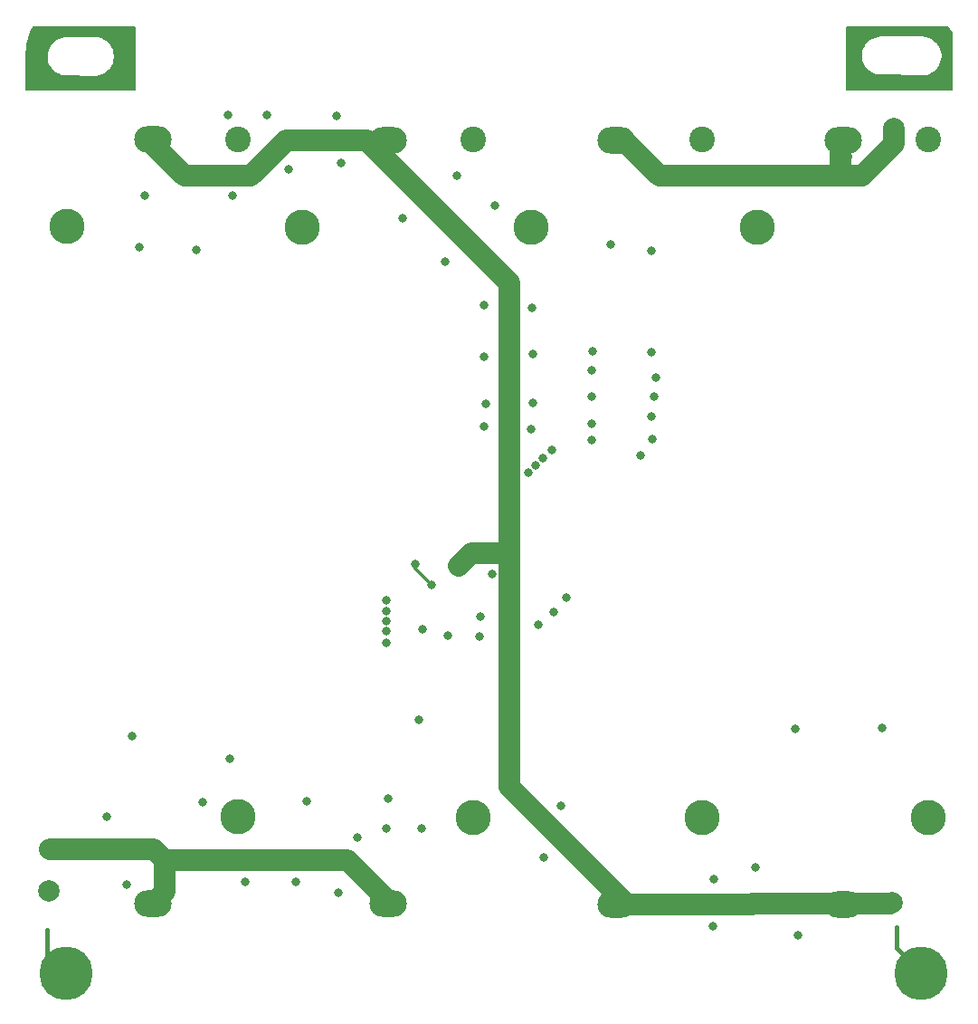
<source format=gbr>
%TF.GenerationSoftware,KiCad,Pcbnew,9.0.0*%
%TF.CreationDate,2025-05-14T15:36:39-07:00*%
%TF.ProjectId,battery_pack_v1a,62617474-6572-4795-9f70-61636b5f7631,rev?*%
%TF.SameCoordinates,Original*%
%TF.FileFunction,Copper,L1,Top*%
%TF.FilePolarity,Positive*%
%FSLAX46Y46*%
G04 Gerber Fmt 4.6, Leading zero omitted, Abs format (unit mm)*
G04 Created by KiCad (PCBNEW 9.0.0) date 2025-05-14 15:36:39*
%MOMM*%
%LPD*%
G01*
G04 APERTURE LIST*
%TA.AperFunction,ComponentPad*%
%ADD10C,5.000000*%
%TD*%
%TA.AperFunction,ComponentPad*%
%ADD11C,3.300000*%
%TD*%
%TA.AperFunction,ComponentPad*%
%ADD12C,2.400000*%
%TD*%
%TA.AperFunction,ComponentPad*%
%ADD13O,3.500000X2.500000*%
%TD*%
%TA.AperFunction,ComponentPad*%
%ADD14C,2.000000*%
%TD*%
%TA.AperFunction,ViaPad*%
%ADD15C,0.800000*%
%TD*%
%TA.AperFunction,Conductor*%
%ADD16C,2.000000*%
%TD*%
%TA.AperFunction,Conductor*%
%ADD17C,0.300000*%
%TD*%
%TA.AperFunction,Conductor*%
%ADD18C,0.400000*%
%TD*%
G04 APERTURE END LIST*
D10*
%TO.P,,1*%
%TO.N,Chassis Ground*%
X194500000Y-131530000D03*
%TD*%
D11*
%TO.P,BT3,*%
%TO.N,*%
X130600000Y-116950000D03*
X114600000Y-61750000D03*
D12*
X130600000Y-53550000D03*
D13*
%TO.P,BT3,1,+*%
%TO.N,BM*%
X122600000Y-53630000D03*
%TO.P,BT3,2,-*%
%TO.N,B-*%
X122600000Y-125070000D03*
%TD*%
D14*
%TO.P,TP2,1,1*%
%TO.N,B-*%
X113000000Y-120000000D03*
%TD*%
%TO.P,TP5,1,1*%
%TO.N,PACK+*%
X192000000Y-52550000D03*
%TD*%
D11*
%TO.P,BT1,*%
%TO.N,*%
X152600000Y-116970000D03*
X136600000Y-61770000D03*
D12*
X152600000Y-53570000D03*
D13*
%TO.P,BT1,1,+*%
%TO.N,BM*%
X144600000Y-53650000D03*
%TO.P,BT1,2,-*%
%TO.N,B-*%
X144600000Y-125090000D03*
%TD*%
D11*
%TO.P,BT2,*%
%TO.N,*%
X174000000Y-116990000D03*
X158000000Y-61790000D03*
D12*
X174000000Y-53590000D03*
D13*
%TO.P,BT2,1,+*%
%TO.N,PACK+*%
X166000000Y-53670000D03*
%TO.P,BT2,2,-*%
%TO.N,BM*%
X166000000Y-125110000D03*
%TD*%
D10*
%TO.P,,1*%
%TO.N,Chassis Ground*%
X114500000Y-131530000D03*
%TD*%
D14*
%TO.P,TP4,1,1*%
%TO.N,PACK-*%
X112860000Y-123900000D03*
%TD*%
%TO.P,TP3,1,1*%
%TO.N,BM*%
X191800000Y-125000000D03*
%TD*%
D11*
%TO.P,BT4,*%
%TO.N,*%
X195200000Y-117000000D03*
X179200000Y-61800000D03*
D12*
X195200000Y-53600000D03*
D13*
%TO.P,BT4,1,+*%
%TO.N,PACK+*%
X187200000Y-53680000D03*
%TO.P,BT4,2,-*%
%TO.N,BM*%
X187200000Y-125120000D03*
%TD*%
D15*
%TO.N,/VDD*%
X147190097Y-93301507D03*
X148705560Y-95268460D03*
%TO.N,PACK-*%
X121900000Y-58800000D03*
X182700000Y-108700000D03*
X139800000Y-51400000D03*
X163700000Y-77600000D03*
X169300000Y-64000000D03*
X144500000Y-99600000D03*
X158000000Y-80700000D03*
X158200000Y-78200000D03*
X169700000Y-75900000D03*
X179000000Y-121700000D03*
X144500000Y-100700000D03*
X146000000Y-61000000D03*
X129800000Y-111500000D03*
X183000000Y-128000000D03*
X163700000Y-75200000D03*
X163700000Y-80200000D03*
X147800000Y-118000000D03*
X147500000Y-107900000D03*
X161300000Y-96400000D03*
X168300000Y-83100000D03*
X137000000Y-115500000D03*
X153600000Y-69100000D03*
X118300000Y-116900000D03*
X126700000Y-63900000D03*
X141800000Y-118900000D03*
X165500000Y-63400000D03*
X157775506Y-84775506D03*
X175132930Y-122786059D03*
X158700000Y-99000000D03*
X159925506Y-82625506D03*
X153200000Y-100100000D03*
X169500000Y-77600000D03*
X150200000Y-100000000D03*
X190900000Y-108600000D03*
X130100000Y-58800000D03*
X121400000Y-63700000D03*
X151070035Y-56949400D03*
X140200000Y-55800000D03*
X160800000Y-115900000D03*
X131300000Y-123000000D03*
X154400000Y-94250000D03*
X169300000Y-79500000D03*
X136000000Y-123000000D03*
X135350000Y-56400000D03*
X153600000Y-73900000D03*
X154600000Y-59800000D03*
X175000000Y-127200000D03*
X159200000Y-120700000D03*
X153300000Y-98200000D03*
X144500000Y-118000000D03*
X153800000Y-78300000D03*
X120700000Y-109400000D03*
X147900000Y-99400000D03*
X160100000Y-97800000D03*
X169300000Y-73500000D03*
X129650000Y-51300000D03*
X120200000Y-123300000D03*
X158100000Y-69300000D03*
X127300000Y-115600000D03*
X133300000Y-51300000D03*
X153600000Y-80400000D03*
X144500000Y-98600000D03*
X150000000Y-65000000D03*
X169400000Y-81600000D03*
X144500000Y-96700000D03*
X144500000Y-97700000D03*
X163800000Y-73400000D03*
X158475506Y-84075506D03*
X159125506Y-83425506D03*
X158200000Y-73700000D03*
X144600000Y-115200000D03*
X140000000Y-124000000D03*
X163700000Y-81700000D03*
%TO.N,BM*%
X151250000Y-93500000D03*
%TD*%
D16*
%TO.N,B-*%
X123750000Y-123920000D02*
X122600000Y-125070000D01*
X123750000Y-121000000D02*
X123750000Y-123920000D01*
X122750000Y-120000000D02*
X113000000Y-120000000D01*
X123750000Y-121000000D02*
X122750000Y-120000000D01*
X144750000Y-124885844D02*
X140864156Y-121000000D01*
X144750000Y-124900000D02*
X144750000Y-124885844D01*
X140864156Y-121000000D02*
X123750000Y-121000000D01*
%TO.N,BM*%
X187000000Y-125090000D02*
X191590000Y-125090000D01*
X178660000Y-125090000D02*
X187000000Y-125090000D01*
X178640000Y-125110000D02*
X178660000Y-125090000D01*
X167000000Y-125110000D02*
X178640000Y-125110000D01*
X156000000Y-114110000D02*
X167000000Y-125110000D01*
X156000000Y-92300000D02*
X156000000Y-114110000D01*
X144000000Y-54250000D02*
X144600000Y-53650000D01*
X144000000Y-55000000D02*
X144000000Y-54250000D01*
X144000000Y-55000000D02*
X142670000Y-53670000D01*
X131791894Y-57000000D02*
X125550000Y-57000000D01*
X125550000Y-57000000D02*
X122400000Y-53850000D01*
X142670000Y-53670000D02*
X135050000Y-53670000D01*
X135050000Y-53670000D02*
X135050000Y-53741894D01*
X135050000Y-53741894D02*
X131791894Y-57000000D01*
X156000000Y-92300000D02*
X156000000Y-67000000D01*
X156000000Y-67000000D02*
X144000000Y-55000000D01*
%TO.N,PACK+*%
X187000000Y-55180000D02*
X187000000Y-57000000D01*
X187000000Y-57000000D02*
X189000000Y-57000000D01*
X192000000Y-54000000D02*
X192000000Y-52550000D01*
X185350000Y-57000000D02*
X187000000Y-57000000D01*
X189000000Y-57000000D02*
X192000000Y-54000000D01*
X185350000Y-57000000D02*
X170000000Y-57000000D01*
X170000000Y-57000000D02*
X166850000Y-53850000D01*
X187000000Y-55180000D02*
X187000000Y-53650000D01*
%TO.N,BM*%
X152450000Y-92300000D02*
X151250000Y-93500000D01*
X156000000Y-92300000D02*
X152450000Y-92300000D01*
D17*
%TO.N,/VDD*%
X147190097Y-93752997D02*
X148705560Y-95268460D01*
X147190097Y-93301507D02*
X147190097Y-93752997D01*
D16*
%TO.N,PACK+*%
X187000000Y-55180000D02*
X187020000Y-55180000D01*
D18*
%TO.N,Chassis Ground*%
X192210000Y-127290000D02*
X192210000Y-129240000D01*
X112725000Y-127540000D02*
X112725000Y-129755000D01*
X112725000Y-129755000D02*
X114500000Y-131530000D01*
X192210000Y-129240000D02*
X194500000Y-131530000D01*
%TD*%
%TA.AperFunction,Conductor*%
%TO.N,Chassis Ground*%
G36*
X197003197Y-43020002D02*
G01*
X197032024Y-43045520D01*
X197470950Y-43574269D01*
X197499069Y-43639456D01*
X197500000Y-43654745D01*
X197500000Y-48874000D01*
X197479998Y-48942121D01*
X197426342Y-48988614D01*
X197374000Y-49000000D01*
X187626000Y-49000000D01*
X187557879Y-48979998D01*
X187511386Y-48926342D01*
X187500000Y-48874000D01*
X187500000Y-45854374D01*
X188995959Y-45854374D01*
X188995959Y-45854386D01*
X189028799Y-46108798D01*
X189028800Y-46108803D01*
X189097870Y-46355857D01*
X189097875Y-46355872D01*
X189201733Y-46590420D01*
X189201735Y-46590424D01*
X189282215Y-46718480D01*
X189338241Y-46807626D01*
X189504548Y-47002949D01*
X189504553Y-47002953D01*
X189697203Y-47172339D01*
X189912205Y-47312276D01*
X189912207Y-47312277D01*
X190145092Y-47419858D01*
X190145094Y-47419858D01*
X190145095Y-47419859D01*
X190145098Y-47419860D01*
X190391019Y-47492845D01*
X190391021Y-47492846D01*
X190447438Y-47501041D01*
X190644891Y-47529727D01*
X190771129Y-47529819D01*
X190772524Y-47529829D01*
X194582028Y-47579304D01*
X194583275Y-47579821D01*
X194621857Y-47579821D01*
X194660437Y-47580323D01*
X194660437Y-47580322D01*
X194667992Y-47580421D01*
X194674973Y-47579778D01*
X194751932Y-47579781D01*
X195006861Y-47543133D01*
X195253979Y-47470578D01*
X195488256Y-47363592D01*
X195704922Y-47224354D01*
X195899567Y-47055697D01*
X196068228Y-46861056D01*
X196207472Y-46644393D01*
X196314463Y-46410119D01*
X196387024Y-46163002D01*
X196423678Y-45908075D01*
X196423678Y-45650525D01*
X196387024Y-45395598D01*
X196314463Y-45148481D01*
X196226877Y-44956697D01*
X196207476Y-44914215D01*
X196207472Y-44914207D01*
X196178246Y-44868732D01*
X196068228Y-44697544D01*
X196032205Y-44655972D01*
X195899568Y-44502903D01*
X195704923Y-44334247D01*
X195704922Y-44334246D01*
X195488256Y-44195008D01*
X195488246Y-44195003D01*
X195253985Y-44088024D01*
X195253980Y-44088022D01*
X195253979Y-44088022D01*
X195191402Y-44069649D01*
X195006860Y-44015466D01*
X194816013Y-43988031D01*
X194751932Y-43978819D01*
X194751930Y-43978819D01*
X194675377Y-43978819D01*
X194675377Y-43978820D01*
X194663017Y-43978820D01*
X194663002Y-43978814D01*
X194625014Y-43978820D01*
X194623160Y-43978821D01*
X194623156Y-43978822D01*
X194572203Y-43978822D01*
X194572097Y-43978832D01*
X190829630Y-43979612D01*
X190825701Y-43979552D01*
X190712707Y-43976049D01*
X190701291Y-43975696D01*
X190701290Y-43975696D01*
X190701289Y-43975696D01*
X190446386Y-44004500D01*
X190446372Y-44004503D01*
X190198259Y-44069649D01*
X190198258Y-44069649D01*
X189962085Y-44169782D01*
X189962083Y-44169783D01*
X189742734Y-44302837D01*
X189544806Y-44466025D01*
X189372388Y-44655968D01*
X189229064Y-44868723D01*
X189229056Y-44868738D01*
X189117803Y-45099879D01*
X189117802Y-45099880D01*
X189040926Y-45344626D01*
X189000028Y-45597877D01*
X188995959Y-45854374D01*
X187500000Y-45854374D01*
X187500000Y-43126000D01*
X187520002Y-43057879D01*
X187573658Y-43011386D01*
X187626000Y-43000000D01*
X196935076Y-43000000D01*
X197003197Y-43020002D01*
G37*
%TD.AperFunction*%
%TD*%
%TA.AperFunction,Conductor*%
%TO.N,Chassis Ground*%
G36*
X120942121Y-43020002D02*
G01*
X120988614Y-43073658D01*
X121000000Y-43126000D01*
X121000000Y-48874000D01*
X120979998Y-48942121D01*
X120926342Y-48988614D01*
X120874000Y-49000000D01*
X110826500Y-49000000D01*
X110758379Y-48979998D01*
X110711886Y-48926342D01*
X110700500Y-48874000D01*
X110700500Y-46037542D01*
X110701346Y-46035363D01*
X110700500Y-45997757D01*
X110700500Y-45992675D01*
X110700511Y-45990974D01*
X110701491Y-45918391D01*
X110703048Y-45803099D01*
X112773656Y-45803099D01*
X112782289Y-45958081D01*
X112787830Y-46057570D01*
X112787830Y-46057574D01*
X112787831Y-46057575D01*
X112838123Y-46307408D01*
X112838128Y-46307428D01*
X112919696Y-46536809D01*
X112923516Y-46547551D01*
X113042260Y-46773062D01*
X113142386Y-46911060D01*
X113191929Y-46979343D01*
X113191939Y-46979355D01*
X113369469Y-47162190D01*
X113369473Y-47162193D01*
X113369474Y-47162194D01*
X113571264Y-47317871D01*
X113793182Y-47443199D01*
X113793185Y-47443200D01*
X114030691Y-47535619D01*
X114087950Y-47548910D01*
X114278958Y-47593247D01*
X114374014Y-47601363D01*
X114381260Y-47604442D01*
X114413517Y-47604735D01*
X114445665Y-47607477D01*
X114445665Y-47607476D01*
X114445668Y-47607477D01*
X114458006Y-47606098D01*
X114458169Y-47607561D01*
X114473288Y-47605278D01*
X117132401Y-47629459D01*
X117133275Y-47629821D01*
X117172287Y-47629821D01*
X117211219Y-47630176D01*
X117211220Y-47630175D01*
X117220103Y-47630256D01*
X117225175Y-47629778D01*
X117301932Y-47629781D01*
X117556861Y-47593133D01*
X117803979Y-47520578D01*
X118038256Y-47413592D01*
X118254922Y-47274354D01*
X118449567Y-47105697D01*
X118618228Y-46911056D01*
X118757472Y-46694393D01*
X118864463Y-46460119D01*
X118937024Y-46213002D01*
X118973678Y-45958075D01*
X118973678Y-45700525D01*
X118937024Y-45445598D01*
X118864463Y-45198481D01*
X118757472Y-44964207D01*
X118618228Y-44747544D01*
X118532907Y-44649080D01*
X118449568Y-44552903D01*
X118254923Y-44384247D01*
X118254922Y-44384246D01*
X118038256Y-44245008D01*
X118038246Y-44245003D01*
X117803985Y-44138024D01*
X117803980Y-44138022D01*
X117803979Y-44138022D01*
X117741633Y-44119717D01*
X117556860Y-44065466D01*
X117366013Y-44038031D01*
X117301932Y-44028819D01*
X117301930Y-44028819D01*
X117224902Y-44028819D01*
X117224902Y-44028820D01*
X117212046Y-44028820D01*
X117211128Y-44028450D01*
X117172170Y-44028821D01*
X117171596Y-44028822D01*
X117171595Y-44028821D01*
X117171593Y-44028822D01*
X117124382Y-44028822D01*
X117119524Y-44029324D01*
X114521819Y-44054128D01*
X114521820Y-44054129D01*
X114506358Y-44054276D01*
X114502074Y-44052765D01*
X114466639Y-44054656D01*
X114463863Y-44054683D01*
X114431141Y-44054995D01*
X114431044Y-44055016D01*
X114412042Y-44057492D01*
X114334995Y-44061615D01*
X114085032Y-44111336D01*
X113844702Y-44196175D01*
X113844698Y-44196177D01*
X113618924Y-44314397D01*
X113618920Y-44314400D01*
X113412296Y-44463595D01*
X113412292Y-44463598D01*
X113229040Y-44640717D01*
X113229032Y-44640726D01*
X113072903Y-44842145D01*
X113072892Y-44842161D01*
X112947062Y-45063777D01*
X112947058Y-45063785D01*
X112854095Y-45301077D01*
X112854091Y-45301089D01*
X112795897Y-45549210D01*
X112795896Y-45549215D01*
X112773656Y-45803099D01*
X110703048Y-45803099D01*
X110706503Y-45547315D01*
X110706949Y-45538300D01*
X110744837Y-45096238D01*
X110745935Y-45087248D01*
X110749662Y-45063781D01*
X110815521Y-44649060D01*
X110817258Y-44640199D01*
X110918188Y-44208129D01*
X110920557Y-44199421D01*
X111052298Y-43775749D01*
X111055283Y-43767241D01*
X111217173Y-43354105D01*
X111220767Y-43345825D01*
X111351648Y-43071710D01*
X111399050Y-43018855D01*
X111465352Y-43000000D01*
X120874000Y-43000000D01*
X120942121Y-43020002D01*
G37*
%TD.AperFunction*%
%TD*%
M02*

</source>
